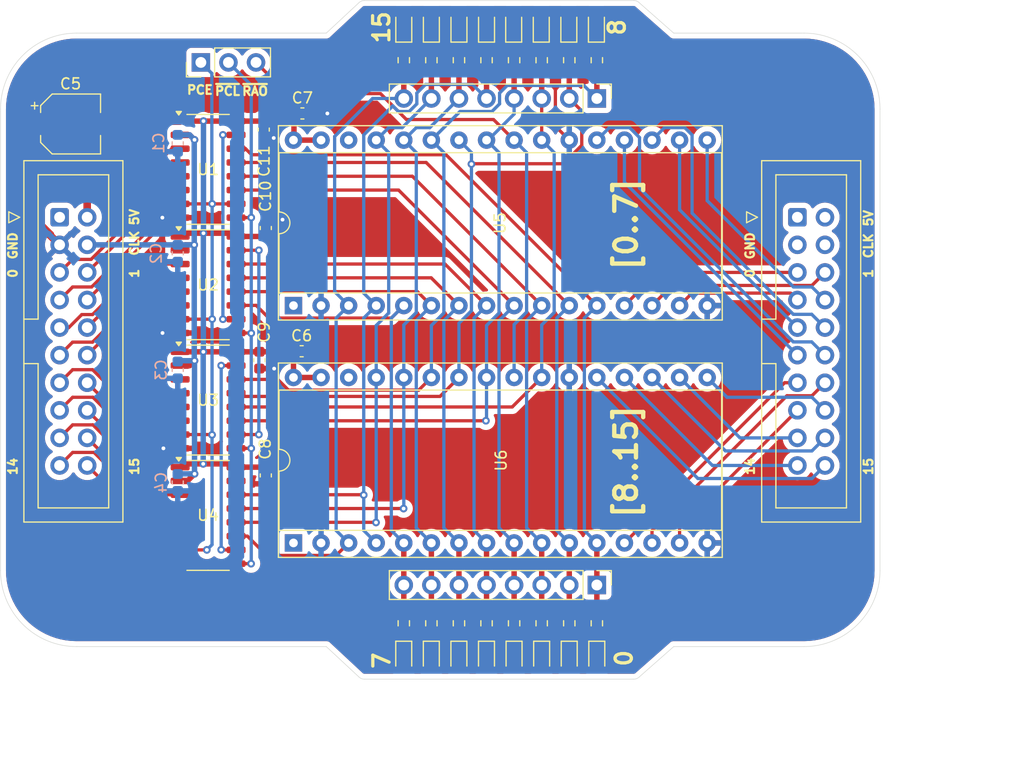
<source format=kicad_pcb>
(kicad_pcb (version 20240108) (generator "pcbnew") (generator_version "8.0")
  (layers (0 "F.Cu" signal) (31 "B.Cu" signal) (34 "B.Paste" user) (35 "F.Paste" user) (36 "B.SilkS" user "B.Silkscreen") (37 "F.SilkS" user "F.Silkscreen") (38 "B.Mask" user) (39 "F.Mask" user) (44 "Edge.Cuts" user))
  (net 0 "")
  (net 1 "VCC")
  (net 2 "Net-(U1-TC)")
  (net 3 "/ROM/ADDR3")
  (net 4 "/ROM/ADDR2")
  (net 5 "/ROM/ADDR1")
  (net 6 "GND")
  (net 7 "/PCE")
  (net 8 "/PCL")
  (net 9 "/ROM/ADDR0")
  (net 10 "/CLK")
  (net 11 "/ROM/ADDR7")
  (net 12 "/ROM/ADDR6")
  (net 13 "/ROM/ADDR5")
  (net 14 "/ROM/ADDR4")
  (net 15 "Net-(U2-TC)")
  (net 16 "/ROM/ADDR11")
  (net 17 "/ROM/ADDR10")
  (net 18 "/ROM/ADDR8")
  (net 19 "Net-(U3-TC)")
  (net 20 "/ROM/ADDR9")
  (net 21 "/ROM/ADDR14")
  (net 23 "/ROM/ADDR12")
  (net 24 "/ROM/ADDR15")
  (net 25 "/ROM/ADDR13")
  (net 27 "/ROM/~{O}")
  (net 31 "Net-(D1-K)")
  (net 32 "Net-(D2-K)")
  (net 33 "Net-(D3-K)")
  (net 34 "Net-(D4-K)")
  (net 35 "Net-(D5-K)")
  (net 36 "Net-(D6-K)")
  (net 37 "Net-(D7-K)")
  (net 38 "Net-(D8-K)")
  (net 39 "Net-(D9-K)")
  (net 40 "Net-(D10-K)")
  (net 41 "Net-(D11-K)")
  (net 42 "Net-(D12-K)")
  (net 43 "Net-(D13-K)")
  (net 44 "Net-(D14-K)")
  (net 45 "Net-(D15-K)")
  (net 46 "Net-(D16-K)")
  (net 47 "/bus connector/3v3")
  (net 48 "/RD11")
  (net 49 "/RD5")
  (net 50 "/RD4")
  (net 51 "/RD9")
  (net 52 "/RD15")
  (net 53 "/RD8")
  (net 54 "/RD12")
  (net 55 "/RD7")
  (net 56 "/RD0")
  (net 57 "/RD14")
  (net 58 "/RD2")
  (net 59 "/RD3")
  (net 60 "/RD6")
  (net 61 "/RD13")
  (net 62 "/RD1")
  (net 63 "/RD10")
  (net 64 "/bus connector/IO11")
  (net 65 "/bus connector/IO5")
  (net 66 "/bus connector/IO4")
  (net 67 "/bus connector/IO9")
  (net 68 "/bus connector/IO15")
  (net 69 "/bus connector/IO8")
  (net 70 "/bus connector/IO12")
  (net 71 "/bus connector/IO7")
  (net 72 "/bus connector/IO0")
  (net 73 "/bus connector/IO14")
  (net 74 "/bus connector/IO2")
  (net 75 "/bus connector/IO3")
  (net 76 "/bus connector/IO6")
  (net 77 "/bus connector/IO13")
  (net 78 "/bus connector/IO1")
  (net 79 "/bus connector/IO10")
  (net 80 "/bus connector1/GND")
  (net 81 "/bus connector1/5v")
  (net 82 "/bus connector1/3v3")
  (net 83 "/bus connector1/CLK")
  (footprint "Capacitor_SMD:CP_Elec_5x5.3" (layer "F.Cu") (at 100.45 57.87)
    (property "Reference" "C5")
    (property "Value" "100uF")
  )
  (footprint "LED_SMD:LED_0603_1608Metric" (layer "F.Cu") (at 148.88 48.8425 90)
    (property "Reference" "D9" (hide yes))
    (property "Value" "LED_Small" (hide yes))
  )
  (footprint "LED_SMD:LED_0603_1608Metric" (layer "F.Cu") (at 138.755 106.9925 -90)
    (property "Reference" "D5" (hide yes))
    (property "Value" "LED_Small" (hide yes))
  )
  (footprint "Resistor_SMD:R_0603_1608Metric" (layer "F.Cu") (at 146.38 103.855 -90)
    (property "Reference" "R2" (hide yes))
    (property "Value" "220" (hide yes))
  )
  (footprint "Resistor_SMD:R_0603_1608Metric" (layer "F.Cu") (at 141.3 51.995 90)
    (property "Reference" "R12" (hide yes))
    (property "Value" "220" (hide yes))
  )
  (footprint "Resistor_SMD:R_0603_1608Metric" (layer "F.Cu") (at 136.22 103.855 -90)
    (property "Reference" "R6" (hide yes))
    (property "Value" "220" (hide yes))
  )
  (footprint "Capacitor_SMD:C_0603_1608Metric" (layer "F.Cu") (at 121.8 56.9)
    (property "Reference" "C7")
    (property "Value" "0.1uF" (hide yes))
  )
  (footprint "LED_SMD:LED_0603_1608Metric" (layer "F.Cu") (at 131.14 48.8425 90)
    (property "Reference" "D16" (hide yes))
    (property "Value" "LED_Small" (hide yes))
  )
  (footprint "Resistor_SMD:R_0603_1608Metric" (layer "F.Cu") (at 146.38 51.995 90)
    (property "Reference" "R10" (hide yes))
    (property "Value" "220" (hide yes))
  )
  (footprint "Capacitor_SMD:C_0603_1608Metric" (layer "F.Cu") (at 118.24 58.385 -90)
    (property "Reference" "C11")
    (property "Value" "0.1uF")
  )
  (footprint "LED_SMD:LED_0603_1608Metric" (layer "F.Cu") (at 143.835 106.9925 -90)
    (property "Reference" "D3" (hide yes))
    (property "Value" "LED_Small" (hide yes))
  )
  (footprint "LED_SMD:LED_0603_1608Metric" (layer "F.Cu") (at 143.8 48.8425 90)
    (property "Reference" "D11" (hide yes))
    (property "Value" "LED_Small" (hide yes))
  )
  (footprint "Package_SO:SO-16_3.9x9.9mm_P1.27mm" (layer "F.Cu") (at 113.115 83.2967)
    (property "Reference" "U3")
    (property "Value" "74LS161" (hide yes))
  )
  (footprint "Resistor_SMD:R_0603_1608Metric" (layer "F.Cu") (at 133.68 51.995 90)
    (property "Reference" "R15" (hide yes))
    (property "Value" "220" (hide yes))
  )
  (footprint "Capacitor_SMD:C_0603_1608Metric" (layer "F.Cu") (at 121.735 78.8)
    (property "Reference" "C6")
    (property "Value" "0.1uF" (hide yes))
  )
  (footprint "LED_SMD:LED_0603_1608Metric" (layer "F.Cu") (at 148.915 106.9925 -90)
    (property "Reference" "D1" (hide yes))
    (property "Value" "LED_Small" (hide yes))
  )
  (footprint "Package_SO:SO-16_3.9x9.9mm_P1.27mm" (layer "F.Cu") (at 113.115 62.05)
    (property "Reference" "U1")
    (property "Value" "74LS161" (hide yes))
  )
  (footprint "LED_SMD:LED_0603_1608Metric" (layer "F.Cu") (at 133.68 48.8425 90)
    (property "Reference" "D15" (hide yes))
    (property "Value" "LED_Small" (hide yes))
  )
  (footprint "Resistor_SMD:R_0603_1608Metric" (layer "F.Cu") (at 148.92 103.855 -90)
    (property "Reference" "R1" (hide yes))
    (property "Value" "220" (hide yes))
  )
  (footprint "Package_DIP:DIP-32_W15.24mm_Socket" (layer "F.Cu") (at 120.98 74.595 90)
    (property "Reference" "U5")
    (property "Value" "SST39SF010" (hide yes))
  )
  (footprint "Package_DIP:DIP-32_W15.24mm_Socket" (layer "F.Cu") (at 120.98 96.455 90)
    (property "Reference" "U6")
    (property "Value" "SST39SF010" (hide yes))
  )
  (footprint "LED_SMD:LED_0603_1608Metric" (layer "F.Cu") (at 146.375 106.9925 -90)
    (property "Reference" "D2" (hide yes))
    (property "Value" "LED_Small" (hide yes))
  )
  (footprint "LED_SMD:LED_0603_1608Metric" (layer "F.Cu") (at 136.215 106.9925 -90)
    (property "Reference" "D6" (hide yes))
    (property "Value" "LED_Small" (hide yes))
  )
  (footprint "Connector_PinHeader_2.54mm:PinHeader_1x03_P2.54mm_Vertical" (layer "F.Cu") (at 112.45 52.2 90)
    (property "Reference" "J1" (hide yes))
    (property "Value" "Conn_01x03_Pin" (hide yes))
  )
  (footprint "Package_SO:SO-16_3.9x9.9mm_P1.27mm" (layer "F.Cu") (at 113.115 72.6733)
    (property "Reference" "U2")
    (property "Value" "74LS161" (hide yes))
  )
  (footprint "LED_SMD:LED_0603_1608Metric" (layer "F.Cu") (at 141.26 48.8425 90)
    (property "Reference" "D12" (hide yes))
    (property "Value" "LED_Small" (hide yes))
  )
  (footprint "Connector_PinHeader_2.54mm:PinHeader_1x08_P2.54mm_Vertical" (layer "F.Cu") (at 148.92 55.52 -90)
    (property "Reference" "J5" (hide yes))
    (property "Value" "Conn_01x08_Pin" (hide yes))
  )
  (footprint "Capacitor_SMD:C_0603_1608Metric" (layer "F.Cu") (at 118.43 67.45 90)
    (property "Reference" "C10")
    (property "Value" "0.1uF")
  )
  (footprint "Resistor_SMD:R_0603_1608Metric" (layer "F.Cu") (at 138.76 51.995 90)
    (property "Reference" "R13" (hide yes))
    (property "Value" "220" (hide yes))
  )
  (footprint "Connector_IDC:IDC-Header_2x10_P2.54mm_Vertical" (layer "F.Cu") (at 99.44 66.46)
    (property "Reference" "J2" (hide yes))
    (property "Value" "Conn_02x10_Odd_Even" (hide yes))
  )
  (footprint "Resistor_SMD:R_0603_1608Metric" (layer "F.Cu") (at 148.92 51.995 90)
    (property "Reference" "R9" (hide yes))
    (property "Value" "220" (hide yes))
  )
  (footprint "LED_SMD:LED_0603_1608Metric" (layer "F.Cu") (at 131.135 106.9925 -90)
    (property "Reference" "D8" (hide yes))
    (property "Value" "LED_Small" (hide yes))
  )
  (footprint "Resistor_SMD:R_0603_1608Metric" (layer "F.Cu") (at 143.84 103.855 -90)
    (property "Reference" "R3" (hide yes))
    (property "Value" "220" (hide yes))
  )
  (footprint "Package_SO:SO-16_3.9x9.9mm_P1.27mm" (layer "F.Cu") (at 113.115 93.92)
    (property "Reference" "U4")
    (property "Value" "74LS161" (hide yes))
  )
  (footprint "Resistor_SMD:R_0603_1608Metric" (layer "F.Cu") (at 136.22 51.995 90)
    (property "Reference" "R14" (hide yes))
    (property "Value" "220" (hide yes))
  )
  (footprint "LED_SMD:LED_0603_1608Metric" (layer "F.Cu") (at 133.675 106.9925 -90)
    (property "Reference" "D7" (hide yes))
    (property "Value" "LED_Small" (hide yes))
  )
  (footprint "Resistor_SMD:R_0603_1608Metric" (layer "F.Cu") (at 131.14 103.855 -90)
    (property "Reference" "R8" (hide yes))
    (property "Value" "220" (hide yes))
  )
  (footprint "Capacitor_SMD:C_0603_1608Metric" (layer "F.Cu") (at 117.84 79.62 -90)
    (property "Reference" "C9")
    (property "Value" "0.1uF")
  )
  (footprint "Resistor_SMD:R_0603_1608Metric" (layer "F.Cu") (at 143.84 51.995 90)
    (property "Reference" "R11" (hide yes))
    (property "Value" "220" (hide yes))
  )
  (footprint "LED_SMD:LED_0603_1608Metric" (layer "F.Cu") (at 136.22 48.8425 90)
    (property "Reference" "D14" (hide yes))
    (property "Value" "LED_Small" (hide yes))
  )
  (footprint "Resistor_SMD:R_0603_1608Metric" (layer "F.Cu") (at 133.68 103.855 -90)
    (property "Reference" "R7" (hide yes))
    (property "Value" "220" (hide yes))
  )
  (footprint "Resistor_SMD:R_0603_1608Metric" (layer "F.Cu") (at 138.76 103.855 -90)
    (property "Reference" "R5" (hide yes))
    (property "Value" "220" (hide yes))
  )
  (footprint "Resistor_SMD:R_0603_1608Metric" (layer "F.Cu") (at 141.3 103.855 -90)
    (property "Reference" "R4" (hide yes))
    (property "Value" "220" (hide yes))
  )
  (footprint "LED_SMD:LED_0603_1608Metric" (layer "F.Cu") (at 138.76 48.8425 90)
    (property "Reference" "D13" (hide yes))
    (property "Value" "LED_Small" (hide yes))
  )
  (footprint "Capacitor_SMD:C_0603_1608Metric" (layer "F.Cu") (at 118.43 90.235 -90)
    (property "Reference" "C8")
    (property "Value" "0.1uF")
  )
  (footprint "Connector_IDC:IDC-Header_2x10_P2.54mm_Vertical" (layer "F.Cu") (at 167.39 66.46)
    (property "Reference" "J3" (hide yes))
    (property "Value" "Conn_02x10_Odd_Even" (hide yes))
  )
  (footprint "Resistor_SMD:R_0603_1608Metric" (layer "F.Cu") (at 131.14 51.995 90)
    (property "Reference" "R16" (hide yes))
    (property "Value" "220" (hide yes))
  )
  (footprint "Connector_PinHeader_2.54mm:PinHeader_1x08_P2.54mm_Vertical" (layer "F.Cu") (at 148.92 100.33 -90)
    (property "Reference" "J4" (hide yes))
    (property "Value" "Conn_01x08_Pin" (hide yes))
  )
  (footprint "LED_SMD:LED_0603_1608Metric" (layer "F.Cu") (at 146.34 48.8425 90)
    (property "Reference" "D10" (hide yes))
    (property "Value" "LED_Small" (hide yes))
  )
  (footprint "LED_SMD:LED_0603_1608Metric" (layer "F.Cu") (at 141.295 106.9925 -90)
    (property "Reference" "D4" (hide yes))
    (property "Value" "LED_Small" (hide yes))
  )
  (footprint "Capacitor_SMD:C_0603_1608Metric" (layer "B.Cu") (at 110.32 69.775 90)
    (property "Reference" "C2")
    (property "Value" "0.01uF" (hide yes))
  )
  (footprint "Capacitor_SMD:C_0603_1608Metric" (layer "B.Cu") (at 110.32 80.52 90)
    (property "Reference" "C3")
    (property "Value" "0.01uF" (hide yes))
  )
  (footprint "Capacitor_SMD:C_0603_1608Metric" (layer "B.Cu") (at 110.32 59.645 90)
    (property "Reference" "C1")
    (property "Value" "0.01uF" (hide yes))
  )
  (footprint "Capacitor_SMD:C_0603_1608Metric" (layer "B.Cu") (at 110.32 90.885 90)
    (property "Reference" "C4")
    (property "Value" "0.01uF" (hide yes))
  )
  (gr_line (start 152.829402 46.707107) (end 156 49.5) (stroke (width 0.05)) (layer "Edge.Cuts"))
  (gr_arc (start 152.329403 46.5) (mid 152.6 46.553826) (end 152.829402 46.707107) (stroke (width 0.05)) (layer "Edge.Cuts"))
  (gr_line (start 156 49.5) (end 168 49.5) (stroke (width 0.05)) (layer "Edge.Cuts"))
  (gr_line (start 94 56.5) (end 94 99) (stroke (width 0.05)) (layer "Edge.Cuts"))
  (gr_arc (start 152.829402 108.792893) (mid 152.600001 108.946176) (end 152.329403 109) (stroke (width 0.05)) (layer "Edge.Cuts"))
  (gr_line (start 124 49.5) (end 127.000001 46.707107) (stroke (width 0.05)) (layer "Edge.Cuts"))
  (gr_arc (start 175 99) (mid 172.949747 103.949747) (end 168 106) (stroke (width 0.05)) (layer "Edge.Cuts"))
  (gr_line (start 124 106) (end 127.000001 108.792893) (stroke (width 0.05)) (layer "Edge.Cuts"))
  (gr_line (start 152.829402 108.792893) (end 156 106) (stroke (width 0.05)) (layer "Edge.Cuts"))
  (gr_arc (start 127.000001 46.707107) (mid 127.229402 46.553826) (end 127.5 46.5) (stroke (width 0.05)) (layer "Edge.Cuts"))
  (gr_arc (start 94 56.5) (mid 96.050253 51.550253) (end 101 49.5) (stroke (width 0.05)) (layer "Edge.Cuts"))
  (gr_arc (start 101 106) (mid 96.050253 103.949747) (end 94 99) (stroke (width 0.05)) (layer "Edge.Cuts"))
  (gr_line (start 156 106) (end 168 106) (stroke (width 0.05)) (layer "Edge.Cuts"))
  (gr_arc (start 127.5 109) (mid 127.229403 108.946174) (end 127.000001 108.792893) (stroke (width 0.05)) (layer "Edge.Cuts"))
  (gr_line (start 127.5 46.5) (end 152.329403 46.5) (stroke (width 0.05)) (layer "Edge.Cuts"))
  (gr_arc (start 168 49.5) (mid 172.949747 51.550253) (end 175 56.5) (stroke (width 0.05)) (layer "Edge.Cuts"))
  (gr_line (start 175 56.5) (end 175 99) (stroke (width 0.05)) (layer "Edge.Cuts"))
  (gr_line (start 101 49.5) (end 124 49.5) (stroke (width 0.05)) (layer "Edge.Cuts"))
  (gr_line (start 101 106) (end 124 106) (stroke (width 0.05)) (layer "Edge.Cuts"))
  (gr_line (start 127.5 109) (end 152.329403 109) (stroke (width 0.05)) (layer "Edge.Cuts"))
  (gr_text "[0..7]\n" (at 152.788 71.560476 90) (layer "F.SilkS") (effects (font (size 2 2) (thickness 0.4) (bold yes)) (justify left bottom)))
  (gr_text "8" (at 151.65 49.876786 90) (layer "F.SilkS") (effects (font (size 1.5 1.5) (thickness 0.3) (bold yes)) (justify left bottom)))
  (gr_text "15" (at 174.4 90.301905 90) (layer "F.SilkS") (effects (font (size 0.8 0.8) (thickness 0.2) (bold yes)) (justify left bottom)))
  (gr_text "14" (at 163.5 90.301905 90) (layer "F.SilkS") (effects (font (size 0.8 0.8) (thickness 0.2) (bold yes)) (justify left bottom)))
  (gr_text "7" (at 129.985 108.201786 90) (layer "F.SilkS") (effects (font (size 1.5 1.5) (thickness 0.3) (bold yes)) (justify left bottom)))
  (gr_text "0\n" (at 95.6 72.140953 90) (layer "F.SilkS") (effects (font (size 0.8 0.8) (thickness 0.2) (bold yes)) (justify left bottom)))
  (gr_text "~{PCL}\n\n" (at 113.646191 56.6 0) (layer "F.SilkS") (effects (font (size 0.8 0.8) (thickness 0.2) (bold yes)) (justify left bottom)))
  (gr_text "GND" (at 95.6 70.439048 90) (layer "F.SilkS") (effects (font (size 0.8 0.8) (thickness 0.2) (bold yes)) (justify left bottom)))
  (gr_text "14" (at 95.6 90.301905 90) (layer "F.SilkS") (effects (font (size 0.8 0.8) (thickness 0.2) (bold yes)) (justify left bottom)))
  (gr_text "5V" (at 174.4 67.40381 90) (layer "F.SilkS") (effects (font (size 0.8 0.8) (thickness 0.2) (bold yes)) (justify left bottom)))
  (gr_text "0" (at 152.295 107.986786 90) (layer "F.SilkS") (effects (font (size 1.5 1.5) (thickness 0.3) (bold yes)) (justify left bottom)))
  (gr_text "1" (at 106.8 72.140953 90) (layer "F.SilkS") (effects (font (size 0.8 0.8) (thickness 0.2) (bold yes)) (justify left bottom)))
  (gr_text "5V" (at 106.8 67.3 90) (layer "F.SilkS") (effects (font (size 0.8 0.8) (thickness 0.2) (bold yes)) (justify left bottom)))
  (gr_text "0\n" (at 163.5 72.140953 90) (layer "F.SilkS") (effects (font (size 0.8 0.8) (thickness 0.2) (bold yes)) (justify left bottom)))
  (gr_text "1" (at 174.4 72.140953 90) (layer "F.SilkS") (effects (font (size 0.8 0.8) (thickness 0.2) (bold yes)) (justify left bottom)))
  (gr_text "CLK" (at 106.8 70.1 90) (layer "F.SilkS") (effects (font (size 0.8 0.8) (thickness 0.2) (bold yes)) (justify left bottom)))
  (gr_text "15" (at 129.965 50.591071 90) (layer "F.SilkS") (effects (font (size 1.5 1.5) (thickness 0.3) (bold yes)) (justify left bottom)))
  (gr_text "~{RAO}" (at 116.148096 55.316667 0) (layer "F.SilkS") (effects (font (size 0.8 0.8) (thickness 0.2) (bold yes)) (justify left bottom)))
  (gr_text "[8..15]\n" (at 152.788 94.372857 90) (layer "F.SilkS") (effects (font (size 2 2) (thickness 0.4) (bold yes)) (justify left bottom)))
  (gr_text "PCE" (at 111.068095 55.2 0) (layer "F.SilkS") (effects (font (size 0.8 0.8) (thickness 0.2) (bold yes)) (justify left bottom)))
  (gr_text "15" (at 106.8 90.301905 90) (layer "F.SilkS") (effects (font (size 0.8 0.8) (thickness 0.2) (bold yes)) (justify left bottom)))
  (gr_text "CLK" (at 174.4 70.34381 90) (layer "F.SilkS") (effects (font (size 0.8 0.8) (thickness 0.2) (bold yes)) (justify left bottom)))
  (gr_text "GND" (at 163.5 70.439048 90) (layer "F.SilkS") (effects (font (size 0.8 0.8) (thickness 0.2) (bold yes)) (justify left bottom)))
  (segment (start 102.915 57.605) (end 110.54 57.605) (width 0.7) (layer "F.Cu") (net 1))
  (segment (start 120.915 78.845) (end 120.96 78.8) (width 0.5) (layer "F.Cu") (net 1))
  (segment (start 101.98 58.54) (end 102.65 57.87) (width 0.7) (layer "F.Cu") (net 1))
  (segment (start 110.54 57.605) (end 115.69 57.605) (width 0.5) (layer "F.Cu") (net 1))
  (segment (start 115.39 67.9283) (end 115.69 68.2283) (width 0.5) (layer "F.Cu") (net 1))
  (segment (start 120.315 57.61) (end 121.025 56.9) (width 0.5) (layer "F.Cu") (net 1))
  (segment (start 112.665 89.175) (end 115.39 89.175) (width 0.5) (layer "F.Cu") (net 1))
  (segment (start 118.415 89.475) (end 118.43 89.46) (width 0.5) (layer "F.Cu") (net 1))
  (segment (start 110.84 67.9283) (end 112.69 67.9283) (width 0.5) (layer "F.Cu") (net 1))
  (segment (start 120.98 78.82) (end 120.96 78.8) (width 0.5) (layer "F.Cu") (net 1))
  (segment (start 115.69 57.605) (end 118.235 57.605) (width 0.5) (layer "F.Cu") (net 1))
  (segment (start 117.8333 78.8517) (end 117.84 78.845) (width 0.5) (layer "F.Cu") (net 1))
  (segment (start 101.98 66.46) (end 101.98 58.54) (width 0.7) (layer "F.Cu") (net 1))
  (segment (start 120.98 81.215) (end 120.98 78.82) (width 0.5) (layer "F.Cu") (net 1))
  (segment (start 112.69 67.9283) (end 115.39 67.9283) (width 0.5) (layer "F.Cu") (net 1))
  (segment (start 110.54 78.8517) (end 112.68 78.8517) (width 0.5) (layer "F.Cu") (net 1))
  (segment (start 115.69 89.475) (end 118.415 89.475) (width 0.5) (layer "F.Cu") (net 1))
  (segment (start 118.4267 68.2283) (end 118.43 68.225) (width 0.5) (layer "F.Cu") (net 1))
  (segment (start 112.665 89.175) (end 110.84 89.175) (width 0.5) (layer "F.Cu") (net 1))
  (segment (start 110.54 68.2283) (end 110.84 67.9283) (width 0.5) (layer "F.Cu") (net 1))
  (segment (start 115.69 68.2283) (end 118.4267 68.2283) (width 0.5) (layer "F.Cu") (net 1))
  (segment (start 115.39 89.175) (end 115.69 89.475) (width 0.5) (layer "F.Cu") (net 1))
  (segment (start 112.68 78.8517) (end 115.69 78.8517) (width 0.5) (layer "F.Cu") (net 1))
  (segment (start 120.98 59.355) (end 123.52 59.355) (width 0.5) (layer "F.Cu") (net 1))
  (segment (start 118.235 57.605) (end 118.24 57.61) (width 0.5) (layer "F.Cu") (net 1))
  (segment (start 121.025 56.9) (end 121.025 59.31) (width 0.5) (layer "F.Cu") (net 1))
  (segment (start 120.98 81.215) (end 123.52 81.215) (width 0.5) (layer "F.Cu") (net 1))
  (segment (start 110.84 89.175) (end 110.54 89.475) (width 0.5) (layer "F.Cu") (net 1))
  (segment (start 102.65 57.87) (end 102.915 57.605) (width 0.7) (layer "F.Cu") (net 1))
  (segment (start 118.24 57.61) (end 120.315 57.61) (width 0.5) (layer "F.Cu") (net 1))
  (segment (start 117.84 78.845) (end 120.915 78.845) (width 0.5) (layer "F.Cu") (net 1))
  (segment (start 115.69 78.8517) (end 117.8333 78.8517) (width 0.5) (layer "F.Cu") (net 1))
  (segment (start 121.025 59.31) (end 120.98 59.355) (width 0.5) (layer "F.Cu") (net 1))
  (via (at 112.68 78.8517) (size 0.7) (drill 0.35) (layers "F.Cu" "B.Cu") (net 1))
  (via (at 112.665 89.175) (size 0.7) (drill 0.35) (layers "F.Cu" "B.Cu") (net 1))
  (via (at 112.69 67.9283) (size 0.7) (drill 0.35) (layers "F.Cu" "B.Cu") (net 1))
  (via (at 112.69 57.6) (size 0.7) (drill 0.35) (layers "F.Cu" "B.Cu") (net 1))
  (segment (start 112.69 67.9283) (end 112.69 57.6) (width 0.5) (layer "B.Cu") (net 1))
  (segment (start 112.68 78.8517) (end 112.68 67.94) (width 0.5) (layer "B.Cu") (net 1))
  (segment (start 112.665 89.175) (end 112.665 78.885) (width 0.5) (layer "B.Cu") (net 1))
  (segment (start 115.69 58.875) (end 114.48 58.875) (width 0.3) (layer "F.Cu") (net 2))
  (segment (start 115.69 75.8483) (end 114.4817 75.8483) (width 0.3) (layer "F.Cu") (net 2))
  (segment (start 114.4817 75.8483) (end 114.48 75.85) (width 0.3) (layer "F.Cu") (net 2))
  (via (at 114.48 58.875) (size 0.7) (drill 0.35) (layers "F.Cu" "B.Cu") (net 2))
  (via (at 114.48 75.85) (size 0.7) (drill 0.35) (layers "F.Cu" "B.Cu") (net 2))
  (segment (start 114.48 58.875) (end 114.48 75.85) (width 0.3) (layer "B.Cu") (net 2))
  (segment (start 141.3 103.03) (end 141.3 96.455) (width 0.5) (layer "F.Cu") (net 3))
  (segment (start 115.69 63.955) (end 130.66 63.955) (width 0.3) (layer "F.Cu") (net 3))
  (segment (start 130.66 63.955) (end 141.3 74.595) (width 0.3) (layer "F.Cu") (net 3))
  (segment (start 141.3 74.595) (end 139.91 75.985) (width 0.3) (layer "B.Cu") (net 3))
  (segment (start 139.91 95.065) (end 141.3 96.455) (width 0.3) (layer "B.Cu") (net 3))
  (segment (start 139.91 75.985) (end 139.91 95.065) (width 0.3) (layer "B.Cu") (net 3))
  (segment (start 115.69 62.685) (end 131.93 62.685) (width 0.3) (layer "F.Cu") (net 4))
  (segment (start 131.93 62.685) (end 143.84 74.595) (width 0.3) (layer "F.Cu") (net 4))
  (segment (start 143.84 103.03) (end 143.84 96.455) (width 0.5) (layer "F.Cu") (net 4))
  (segment (start 142.45 75.985) (end 142.45 95.065) (width 0.3) (layer "B.Cu") (net 4))
  (segment (start 143.84 74.595) (end 142.45 75.985) (width 0.3) (layer "B.Cu") (net 4))
  (segment (start 142.45 95.065) (end 143.84 96.455) (width 0.3) (layer "B.Cu") (net 4))
  (segment (start 115.69 61.415) (end 133.2 61.415) (width 0.3) (layer "F.Cu") (net 5))
  (segment (start 146.38 103.03) (end 146.38 96.455) (width 0.5) (layer "F.Cu") (net 5))
  (segment (start 133.2 61.415) (end 146.38 74.595) (width 0.3) (layer "F.Cu") (net 5))
  (segment (start 146.38 74.595) (end 145.23 75.745) (width 0.3) (layer "B.Cu") (net 5))
  (segment (start 145.23 75.745) (end 145.23 95.305) (width 0.3) (layer "B.Cu") (net 5))
  (segment (start 145.23 95.305) (end 146.38 96.455) (width 0.3) (layer "B.Cu") (net 5))
  (segment (start 98.59 68.06) (end 97.45 66.92) (width 0.7) (layer "F.Cu") (net 6))
  (segment (start 110.54 77.1183) (end 108.9183 77.1183) (width 0.5) (layer "F.Cu") (net 6))
  (segment (start 145.1 58.075) (end 145.1 54.66) (width 0.3) (layer "F.Cu") (net 6))
  (segment (start 110.54 87.7417) (end 109 87.7417) (width 0.5) (layer "F.Cu") (net 6))
  (segment (start 98.59 68.15) (end 98.59 68.06) (width 0.7) (layer "F.Cu") (net 6))
  (segment (start 122.575 56.9) (end 124.1 56.9) (width 0.5) (layer "F.Cu") (net 6))
  (segment (start 119.965 66.675) (end 119.97 66.68) (width 0.3) (layer "F.Cu") (net 6))
  (segment (start 97.45 66.92) (end 97.45 58.67) (width 0.7) (layer "F.Cu") (net 6))
  (segment (start 118.43 66.675) (end 119.965 66.675) (width 0.3) (layer "F.Cu") (net 6))
  (segment (start 118.24 59.16) (end 119.16 59.16) (width 0.5) (layer "F.Cu") (net 6))
  (segment (start 117.84 80.395) (end 119.195 80.395) (width 0.5) (layer "F.Cu") (net 6))
  (segment (start 108.905 66.495) (end 108.9 66.5) (width 0.5) (layer "F.Cu") (net 6))
  (segment (start 146.38 59.355) (end 145.1 58.075) (width 0.3) (layer "F.Cu") (net 6))
  (segment (start 110.54 66.495) (end 108.905 66.495) (width 0.5) (layer "F.Cu") (net 6))
  (segment (start 99.44 69) (end 98.59 68.15) (width 0.7) (layer "F.Cu") (net 6))
  (segment (start 119.195 80.395) (end 119.2 80.4) (width 0.5) (layer "F.Cu") (net 6))
  (segment (start 97.45 58.67) (end 98.25 57.87) (width 0.7) (layer "F.Cu") (net 6))
  (via (at 124.1 56.9) (size 0.7) (drill 0.35) (layers "F.Cu" "B.Cu") (net 6))
  (via (at 119.16 59.16) (size 0.7) (drill 0.35) (layers "F.Cu" "B.Cu") (net 6))
  (via (at 108.905 66.495) (size 0.7) (drill 0.35) (layers "F.Cu" "B.Cu") (net 6))
  (via (at 119.97 66.68) (size 0.7) (drill 0.35) (layers "F.Cu" "B.Cu") (net 6))
  (via (at 109 87.7417) (size 0.7) (drill 0.35) (layers "F.Cu" "B.Cu") (net 6))
  (via (at 108.9183 77.1183) (size 0.7) (drill 0.35) (layers "F.Cu" "B.Cu") (net 6))
  (via (at 119.2 80.4) (size 0.7) (drill 0.35) (layers "F.Cu" "B.Cu") (net 6))
  (segment (start 113.4817 75.8483) (end 113.49 75.84) (width 0.3) (layer "F.Cu") (net 7))
  (segment (start 110.54 75.8483) (end 113.4817 75.8483) (width 0.3) (layer "F.Cu") (net 7))
  (segment (start 113 97.095) (end 110.54 97.095) (width 0.3) (layer "F.Cu") (net 7))
  (segment (start 110.54 65.225) (end 113.49 65.225) (width 0.3) (layer "F.Cu") (net 7))
  (segment (start 113.4517 86.4717) (end 113.48 86.5) (width 0.3) (layer "F.Cu") (net 7))
  (segment (start 113.49 65.225) (end 115.69 65.225) (width 0.3) (layer "F.Cu") (net 7))
  (segment (start 110.54 86.4717) (end 113.4517 86.4717) (width 0.3) (layer "F.Cu") (net 7))
  (via (at 113.49 75.84) (size 0.7) (drill 0.35) (layers "F.Cu" "B.Cu") (net 7))
  (via (at 113 97.095) (size 0.7) (drill 0.35) (layers "F.Cu" "B.Cu") (net 7))
  (via (at 113.48 86.5) (size 0.7) (drill 0.35) (layers "F.Cu" "B.Cu") (net 7))
  (via (at 113.49 65.225) (size 0.7) (drill 0.35) (layers "F.Cu" "B.Cu") (net 7))
  (segment (start 113.49 65.225) (end 113.49 75.84) (width 0.3) (layer "B.Cu") (net 7))
  (segment (start 113.48 96.615) (end 113 97.095) (width 0.3) (layer "B.Cu") (net 7))
  (segment (start 113.49 75.84) (end 113.48 75.85) (width 0.3) (layer "B.Cu") (net 7))
  (segment (start 112.45 52.2) (end 113.46 53.21) (width 0.3) (layer "B.Cu") (net 7))
  (segment (start 113.46 53.21) (end 113.46 65.195) (width 0.3) (layer "B.Cu") (net 7))
  (segment (start 113.48 86.5) (end 113.48 96.615) (width 0.3) (layer "B.Cu") (net 7))
  (segment (start 113.48 75.85) (end 113.48 86.5) (width 0.3) (layer "B.Cu") (net 7))
  (segment (start 113.46 65.195) (end 113.49 65.225) (width 0.3) (layer "B.Cu") (net 7))
  (segment (start 117.085 66.495) (end 117.09 66.49) (width 0.3) (layer "F.Cu") (net 8))
  (segment (start 117.075 98.365) (end 117.08 98.36) (width 0.3) (layer "F.Cu") (net 8))
  (segment (start 115.69 66.495) (end 117.085 66.495) (width 0.3) (layer "F.Cu") (net 8))
  (segment (start 115.69 98.365) (end 117.075 98.365) (width 0.3) (layer "F.Cu") (net 8))
  (segment (start 117.09 87.7417) (end 115.69 87.7417) (width 0.3) (layer "F.Cu") (net 8))
  (segment (start 117.0683 77.1183) (end 117.09 77.14) (width 0.3) (layer "F.Cu") (net 8))
  (segment (start 115.69 77.1183) (end 117.0683 77.1183) (width 0.3) (layer "F.Cu") (net 8))
  (via (at 117.09 77.14) (size 0.7) (drill 0.35) (layers "F.Cu" "B.Cu") (net 8))
  (via (at 117.09 66.49) (size 0.7) (drill 0.35) (layers "F.Cu" "B.Cu") (net 8))
  (via (at 117.09 87.7417) (size 0.7) (drill 0.35) (layers "F.Cu" "B.Cu") (net 8))
  (via (at 117.075 98.365) (size 0.7) (drill 0.35) (layers "F.Cu" "B.Cu") (net 8))
  (segment (start 117.09 54.3) (end 117.09 66.49) (width 0.3) (layer "B.Cu") (net 8))
  (segment (start 117.09 87.7417) (end 117.09 98.36) (width 0.3) (layer "B.Cu") (net 8))
  (segment (start 117.09 87.7417) (end 117.09 77.14) (width 0.3) (layer "B.Cu") (net 8))
  (segment (start 114.99 52.2) (end 117.09 54.3) (width 0.3) (layer "B.Cu") (net 8))
  (segment (start 117.09 77.14) (end 117.09 66.49) (width 0.3) (layer "B.Cu") (net 8))
  (segment (start 116.564999 60.145) (end 117.119999 60.7) (width 0.3) (layer "F.Cu") (net 9))
  (segment (start 115.69 60.145) (end 116.564999 60.145) (width 0.3) (layer "F.Cu") (net 9))
  (segment (start 135.025 60.7) (end 148.92 74.595) (width 0.3) (layer "F.Cu") (net 9))
  (segment (start 117.119999 60.7) (end 135.025 60.7) (width 0.3) (layer "F.Cu") (net 9))
  (segment (start 148.92 103.03) (end 148.92 96.455) (width 0.5) (layer "F.Cu") (net 9))
  (segment (start 148.92 74.595) (end 147.77 75.745) (width 0.3) (layer "B.Cu") (net 9))
  (segment (start 147.77 75.745) (end 147.77 95.305) (width 0.3) (layer "B.Cu") (net 9))
  (segment (start 147.77 95.305) (end 148.92 96.455) (width 0.3) (layer "B.Cu") (net 9))
  (segment (start 111.414999 80.1217) (end 110.54 80.1217) (width 0.5) (layer "F.Cu") (net 10))
  (segment (start 110.997684 90.745) (end 110.54 90.745) (width 0.5) (layer "F.Cu") (net 10))
  (segment (start 111.865 79.671699) (end 111.414999 80.1217) (width 0.5) (layer "F.Cu") (net 10))
  (segment (start 110.54 90.745) (end 111.215 90.745) (width 0.5) (layer "F.Cu") (net 10))
  (segment (start 111.0383 69) (end 110.54 69.4983) (width 0.5) (layer "F.Cu") (net 10))
  (segment (start 111.215 90.745) (end 111.87 90.09) (width 0.5) (layer "F.Cu") (net 10))
  (segment (start 111.414999 58.875) (end 111.865 59.325001) (width 0.5) (layer "F.Cu") (net 10))
  (segment (start 110.54 58.875) (end 111.414999 58.875) (width 0.5) (layer "F.Cu") (net 10))
  (segment (start 111.84 69) (end 111.0383 69) (width 0.5) (layer "F.Cu") (net 10))
  (via (at 111.84 69) (size 0.7) (drill 0.35) (layers "F.Cu" "B.Cu") (net 10))
  (via (at 111.865 79.671699) (size 0.7) (drill 0.35) (layers "F.Cu" "B.Cu") (net 10))
  (via (at 111.87 90.09) (size 0.7) (drill 0.35) (layers "F.Cu" "B.Cu") (net 10))
  (via (at 111.865 59.325001) (size 0.7) (drill 0.35) (layers "F.Cu" "B.Cu") (net 10))
  (segment (start 111.409999 58.87) (end 110.32 58.87) (width 0.5) (layer "B.Cu") (net 10))
  (segment (start 111.865 59.325001) (end 111.409999 58.87) (width 0.5) (layer "B.Cu") (net 10))
  (segment (start 111.84 69) (end 111.84 79.67) (width 0.5) (layer "B.Cu") (net 10))
  (segment (start 110.34 90.09) (end 110.32 90.11) (width 0.5) (layer "B.Cu") (net 10))
  (segment (start 111.865 79.671699) (end 111.865 90.075) (width 0.5) (layer "B.Cu") (net 10))
  (segment (start 111.84 69) (end 111.84 59.33) (width 0.5) (layer "B.Cu") (net 10))
  (segment (start 110.393301 79.671699) (end 110.32 79.745) (width 0.5) (layer "B.Cu") (net 10))
  (segment (start 111.865 79.671699) (end 110.393301 79.671699) (width 0.5) (layer "B.Cu") (net 10))
  (segment (start 101.98 69) (end 111.84 69) (width 0.5) (layer "B.Cu") (net 10))
  (segment (start 111.87 90.09) (end 110.34 90.09) (width 0.5) (layer "B.Cu") (net 10))
  (segment (start 111.865 90.075) (end 111.87 90.08) (width 0.5) (layer "B.Cu") (net 10))
  (segment (start 117.546262 74.5783) (end 118.712962 75.745) (width 0.3) (layer "F.Cu") (net 11))
  (segment (start 115.69 74.5783) (end 117.546262 74.5783) (width 0.3) (layer "F.Cu") (net 11))
  (segment (start 118.712962 75.745) (end 129.99 75.745) (width 0.3) (layer "F.Cu") (net 11))
  (segment (start 131.14 103.03) (end 131.14 96.455) (width 0.5) (layer "F.Cu") (net 11))
  (segment (start 129.99 75.745) (end 131.14 74.595) (width 0.3) (layer "F.Cu") (net 11))
  (segment (start 129.99 95.305) (end 131.14 96.455) (width 0.3) (layer "B.Cu") (net 11))
  (segment (start 131.14 74.595) (end 129.99 75.745) (width 0.3) (layer "B.Cu") (net 11))
  (segment (start 129.99 75.745) (end 129.99 95.305) (width 0.3) (layer "B.Cu") (net 11))
  (segment (start 133.68 103.03) (end 133.68 96.455) (width 0.5) (layer "F.Cu") (net 12))
  (segment (start 132.3933 73.3083) (end 133.68 74.595) (width 0.3) (layer "F.Cu") (net 12))
  (segment (start 115.69 73.3083) (end 132.3933 73.3083) (width 0.3) (layer "F.Cu") (net 12))
  (segment (start 132.29 95.065) (end 132.29 75.985) (width 0.3) (layer "B.Cu") (net 12))
  (segment (start 132.29 75.985) (end 133.68 74.595) (width 0.3) (layer "B.Cu") (net 12))
  (segment (start 133.68 96.455) (end 132.29 95.065) (width 0.3) (layer "B.Cu") (net 12))
  (segment (start 133.6633 72.0383) (end 136.22 74.595) (width 0.3) (layer "F.Cu") (net 13))
  (segment (start 115.69 72.0383) (end 133.6633 72.0383) (width 0.3) (layer "F.Cu") (net 13))
  (segment (start 136.22 103.03) (end 136.22 96.455) (width 0.5) (layer "F.Cu") (net 13))
  (segment (start 134.83 75.985) (end 134.83 95.065) (width 0.3) (layer "B.Cu") (net 13))
  (segment (start 134.83 95.065) (end 136.22 96.455) (width 0.3) (layer "B.Cu") (net 13))
  (segment (start 136.22 74.595) (end 134.83 75.985) (width 0.3) (layer "B.Cu") (net 13))
  (segment (start 134.9333 70.7683) (end 138.76 74.595) (width 0.3) (layer "F.Cu") (net 14))
  (segment (start 138.76 103.03) (end 138.76 96.455) (width 0.5) (layer "F.Cu") (net 14))
  (segment (start 115.69 70.7683) (end 134.9333 70.7683) (width 0.3) (layer "F.Cu") (net 14))
  (segment (start 137.61 95.305) (end 137.61 75.745) (width 0.3) (layer "B.Cu") (net 14))
  (segment (start 138.76 96.455) (end 137.61 95.305) (width 0.3) (layer "B.Cu") (net 14))
  (segment (start 137.61 75.745) (end 138.76 74.595) (width 0.3) (layer "B.Cu") (net 14))
  (segment (start 117.7883 69.4983) (end 117.79 69.5) (width 0.3) (layer "F.Cu") (net 15))
  (segment (start 115.69 69.4983) (end 117.7883 69.4983) (width 0.3) (layer "F.Cu") (net 15))
  (segment (start 115.69 86.4717) (end 117.79 86.4717) (width 0.3) (layer "F.Cu") (net 15))
  (via (at 117.79 69.5) (size 0.7) (drill 0.35) (layers "F.Cu" "B.Cu") (net 15))
  (via (at 117.79 86.4717) (size 0.7) (drill 0.35) (layers "F.Cu" "B.Cu") (net 15))
  (segment (start 117.79 86.4717) (end 117.79 69.5) (width 0.3) (layer "B.Cu") (net 15))
  (segment (start 141.3 52.82) (end 141.3 55.52) (width 0.5) (layer "F.Cu") (net 16))
  (segment (start 115.69 85.2017) (end 138.7017 85.2017) (width 0.3) (layer "F.Cu") (net 16))
  (segment (start 138.7017 85.2017) (end 138.76 85.26) (width 0.3) (layer "F.Cu") (net 16))
  (via (at 138.7017 85.2017) (size 0.7) (drill 0.35) (layers "F.Cu" "B.Cu") (net 16))
  (segment (start 138.76 76.427893) (end 138.76 81.215) (width 0.3) (layer "B.Cu") (net 16))
  (segment (start 141.3 56.95) (end 141.3 55.52) (width 0.3) (layer "B.Cu") (net 16))
  (segment (start 138.895 59.355) (end 141.3 56.95) (width 0.3) (layer "B.Cu") (net 16))
  (segment (start 138.76 81.215) (end 138.76 85.1434) (width 0.3) (layer "B.Cu") (net 16))
  (segment (start 138.76 85.1434) (end 138.7017 85.2017) (width 0.3) (layer "B.Cu") (net 16))
  (segment (start 138.76 59.355) (end 139.91 60.505) (width 0.3) (layer "B.Cu") (net 16))
  (segment (start 138.76 59.355) (end 138.895 59.355) (width 0.3) (layer "B.Cu") (net 16))
  (segment (start 139.91 75.277893) (end 138.76 76.427893) (width 0.3) (layer "B.Cu") (net 16))
  (segment (start 139.91 60.505) (end 139.91 75.277893) (width 0.3) (layer "B.Cu") (net 16))
  (segment (start 143.84 59.355) (end 143.84 55.52) (width 0.3) (layer "F.Cu") (net 17))
  (segment (start 141.1233 83.9317) (end 143.84 81.215) (width 0.3) (layer "F.Cu") (net 17))
  (segment (start 115.69 83.9317) (end 141.1233 83.9317) (width 0.3) (layer "F.Cu") (net 17))
  (segment (start 143.84 52.82) (end 143.84 55.52) (width 0.5) (layer "F.Cu") (net 17))
  (segment (start 144.99 60.505) (end 144.99 75.23) (width 0.3) (layer "B.Cu") (net 17))
  (segment (start 143.84 59.355) (end 144.99 60.505) (width 0.3) (layer "B.Cu") (net 17))
  (segment (start 144.99 75.23) (end 143.84 76.38) (width 0.3) (layer "B.Cu") (net 17))
  (segment (start 143.84 76.38) (end 143.84 81.215) (width 0.3) (layer "B.Cu") (net 17))
  (segment (start 119.530354 81.3917) (end 120.518654 82.38) (width 0.3) (layer "F.Cu") (net 18))
  (segment (start 148.92 52.82) (end 148.92 55.52) (width 0.5) (layer "F.Cu") (net 18))
  (segment (start 115.69 81.3917) (end 119.530354 81.3917) (width 0.3) (layer "F.Cu") (net 18))
  (segment (start 132.515 82.38) (end 133.68 81.215) (width 0.3) (layer "F.Cu") (net 18))
  (segment (start 120.518654 82.38) (end 132.515 82.38) (width 0.3) (layer "F.Cu") (net 18))
  (segment (start 136.315 56.72) (end 139.257057 56.72) (width 0.3) (layer "B.Cu") (net 18))
  (segment (start 134.83 60.505) (end 134.83 75.277893) (width 0.3) (layer "B.Cu") (net 18))
  (segment (start 148.92 55.52) (end 148.92 55.46) (width 0.3) (layer "B.Cu") (net 18))
  (segment (start 133.68 59.355) (end 134.83 60.505) (width 0.3) (layer "B.Cu") (net 18))
  (segment (start 144.377057 54.36) (end 145.842943 54.36) (width 0.3) (layer "B.Cu") (net 18))
  (segment (start 145.842943 54.36) (end 145.882943 54.32) (width 0.3) (layer "B.Cu") (net 18))
  (segment (start 133.68 76.427893) (end 133.68 81.215) (width 0.3) (layer "B.Cu") (net 18))
  (segment (start 144.337057 54.32) (end 144.377057 54.36) (width 0.3) (layer "B.Cu") (net 18))
  (segment (start 147.72 54.32) (end 148.92 55.52) (width 0.3) (layer "B.Cu") (net 18))
  (segment (start 139.96 55.022943) (end 140.662943 54.32) (width 0.3) (layer "B.Cu") (net 18))
  (segment (start 133.68 59.355) (end 136.315 56.72) (width 0.3) (layer "B.Cu") (net 18))
  (segment (start 134.83 75.277893) (end 133.68 76.427893) (width 0.3) (layer "B.Cu") (net 18))
  (segment (start 145.882943 54.32) (end 147.72 54.32) (width 0.3) (layer "B.Cu") (net 18))
  (segment (start 139.257057 56.72) (end 139.96 56.017057) (width 0.3) (layer "B.Cu") (net 18))
  (segment (start 140.662943 54.32) (end 144.337057 54.32) (width 0.3) (layer "B.Cu") (net 18))
  (segment (start 139.96 56.017057) (end 139.96 55.022943) (width 0.3) (layer "B.Cu") (net 18))
  (segment (start 114.335 97.095) (end 114.3217 97.0817) (width 0.3) (layer "F.Cu") (net 19))
  (segment (start 115.69 97.095) (end 114.335 97.095) (width 0.3) (layer "F.Cu") (net 19))
  (segment (start 115.69 80.1217) (end 114.3217 80.1217) (width 0.3) (layer "F.Cu") (net 19))
  (segment (start 114.3217 80.1217) (end 114.32 80.12) (width 0.3) (layer "F.Cu") (net 19))
  (via (at 114.3217 80.1217) (size 0.7) (drill 0.35) (layers "F.Cu" "B.Cu") (net 19))
  (via (at 114.3217 97.0817) (size 0.7) (drill 0.35) (layers "F.Cu" "B.Cu") (net 19))
  (segment (start 114.3217 80.1217) (end 114.3217 97.0817) (width 0.3) (layer "B.Cu") (net 19))
  (segment (start 146.38 55.52) (end 147.53 56.67) (width 0.3) (layer "F.Cu") (net 20))
  (segment (start 145.831346 61.53) (end 137.39 61.53) (width 0.3) (layer "F.Cu") (net 20))
  (segment (start 147.53 56.67) (end 147.53 59.831346) (width 0.3) (layer "F.Cu") (net 20))
  (segment (start 115.69 82.6617) (end 115.989999 82.961699) (width 0.3) (layer "F.Cu") (net 20))
  (segment (start 115.989999 82.961699) (end 134.473301 82.961699) (width 0.3) (layer "F.Cu") (net 20))
  (segment (start 146.38 52.82) (end 146.38 55.52) (width 0.5) (layer "F.Cu") (net 20))
  (segment (start 134.473301 82.961699) (end 136.22 81.215) (width 0.3) (layer "F.Cu") (net 20))
  (segment (start 147.53 59.831346) (end 145.831346 61.53) (width 0.3) (layer "F.Cu") (net 20))
  (via (at 137.37 61.56) (size 0.7) (drill 0.35) (layers "F.Cu" "B.Cu") (net 20))
  (segment (start 137.37 60.505) (end 137.37 61.56) (width 0.3) (layer "B.Cu") (net 20))
  (segment (start 136.22 59.355) (end 137.37 60.505) (width 0.3) (layer "B.Cu") (net 20))
  (segment (start 137.37 61.56) (end 137.37 75.071346) (width 0.3) (layer "B.Cu") (net 20))
  (segment (start 136.22 76.221346) (end 136.22 81.215) (width 0.3) (layer "B.Cu") (net 20))
  (segment (start 137.37 75.071346) (end 136.22 76.221346) (width 0.3) (layer "B.Cu") (net 20))
  (segment (start 133.68 52.82) (end 133.68 55.52) (width 0.5) (layer "F.Cu") (net 21))
  (segment (start 128.565 94.555) (end 128.58 94.57) (width 0.3) (layer "F.Cu") (net 21))
  (segment (start 115.69 94.555) (end 128.565 94.555) (width 0.3) (layer "F.Cu") (net 21))
  (via (at 128.58 94.57) (size 0.7) (drill 0.35) (layers "F.Cu" "B.Cu") (net 21))
  (segment (start 128.6 59.355) (end 129.75 60.505) (width 0.3) (layer "B.Cu") (net 21))
  (segment (start 129.75 60.505) (end 129.75 75.277893) (width 0.3) (layer "B.Cu") (net 21))
  (segment (start 129.75 58.205) (end 130.995 58.205) (width 0.3) (layer "B.Cu") (net 21))
  (segment (start 129.75 75.277893) (end 128.6 76.427893) (width 0.3) (layer "B.Cu") (net 21))
  (segment (start 128.6 94.55) (end 128.58 94.57) (width 0.3) (layer "B.Cu") (net 21))
  (segment (start 130.995 58.205) (end 133.68 55.52) (width 0.3) (layer "B.Cu") (net 21))
  (segment (start 128.6 81.215) (end 128.6 94.55) (width 0.3) (layer "B.Cu") (net 21))
  (segment (start 128.6 59.355) (end 129.75 58.205) (width 0.3) (layer "B.Cu") (net 21))
  (segment (start 128.6 76.427893) (end 128.6 81.215) (width 0.3) (layer "B.Cu") (net 21))
  (segment (start 127.45 92.04) (end 127.425 92.015) (width 0.3) (layer "F.Cu") (net 23))
  (segment (start 127.425 92.015) (end 115.69 92.015) (width 0.3) (layer "F.Cu") (net 23))
  (segment (start 138.76 52.82) (end 138.76 55.52) (width 0.5) (layer "F.Cu") (net 23))
  (via (at 127.45 92.04) (size 0.7) (drill 0.35) (layers "F.Cu" "B.Cu") (net 23))
  (segment (start 131.637057 56.72) (end 132.34 56.017057) (width 0.3) (layer "B.Cu") (net 23))
  (segment (start 132.34 55.022943) (end 133.132943 54.23) (width 0.3) (layer "B.Cu") (net 23))
  (segment (start 127.45 95.305) (end 127.45 75.745) (width 0.3) (layer "B.Cu") (net 23))
  (segment (start 127.45 75.745) (end 128.6 74.595) (width 0.3) (layer "B.Cu") (net 23))
  (segment (start 128.6 96.455) (end 127.45 95.305) (width 0.3) (layer "B.Cu") (net 23))
  (segment (start 137.47 54.23) (end 138.76 55.52) (width 0.3) (layer "B.Cu") (net 23))
  (segment (start 128.6 74.595) (end 127.45 73.445) (width 0.3) (layer "B.Cu") (net 23))
  (segment (start 127.45 73.445) (end 127.45 58.878654) (width 0.3) (layer "B.Cu") (net 23))
  (segment (start 132.34 56.017057) (end 132.34 55.022943) (width 0.3) (layer "B.Cu") (net 23))
  (segment (start 130.642943 56.72) (end 131.637057 56.72) (width 0.3) (layer "B.Cu") (net 23))
  (segment (start 130.125799 56.202855) (end 130.642943 56.72) (width 0.3) (layer "B.Cu") (net 23))
  (segment (start 133.132943 54.23) (end 137.47 54.23) (width 0.3) (layer "B.Cu") (net 23))
  (segment (start 127.45 58.878654) (end 130.125799 56.202855) (width 0.3) (layer "B.Cu") (net 23))
  (segment (start 118.51 97.605) (end 124.91 97.605) (width 0.3) (layer "F.Cu") (net 24))
  (segment (start 116.73 95.825) (end 118.51 97.605) (width 0.3) (layer "F.Cu") (net 24))
  (segment (start 131.14 52.82) (end 131.14 55.52) (width 0.5) (layer "F.Cu") (net 24))
  (segment (start 124.91 97.605) (end 126.06 96.455) (width 0.3) (layer "F.Cu") (net 24))
  (segment (start 115.69 95.825) (end 116.73 95.825) (width 0.3) (layer "F.Cu") (net 24))
  (segment (start 126.06 96.455) (end 124.91 95.305) (width 0.3) (layer "B.Cu") (net 24))
  (segment (start 126.06 74.595) (end 124.77 73.305) (width 0.3) (layer "B.Cu") (net 24))
  (segment (start 124.91 95.305) (end 124.91 75.745) (width 0.3) (layer "B.Cu") (net 24))
  (segment (start 124.91 75.745) (end 126.06 74.595) (width 0.3) (layer "B.Cu") (net 24))
  (segment (start 128.268654 55.52) (end 131.14 55.52) (width 0.3) (layer "B.Cu") (net 24))
  (segment (start 124.77 73.305) (end 124.77 59.018654) (width 0.3) (layer "B.Cu") (net 24))
  (segment (start 124.77 59.018654) (end 128.268654 55.52) (width 0.3) (layer "B.Cu") (net 24))
  (segment (start 115.69 93.285) (end 131.115 93.285) (width 0.3) (layer "F.Cu") (net 25))
  (segment (start 131.115 93.285) (end 131.12 93.29) (width 0.3) (layer "F.Cu") (net 25))
  (segment (start 136.22 52.82) (end 136.22 55.52) (width 0.5) (layer "F.Cu") (net 25))
  (via (at 131.12 93.29) (size 0.7) (drill 0.35) (layers "F.Cu" "B.Cu") (net 25))
  (segment (start 131.14 93.27) (end 131.12 93.29) (width 0.3) (layer "B.Cu") (net 25))
  (segment (start 131.14 59.355) (end 132.29 58.205) (width 0.3) (layer "B.Cu") (net 25))
  (segment (start 131.14 81.215) (end 131.14 93.27) (width 0.3) (layer "B.Cu") (net 25))
  (segment (start 133.535 58.205) (end 136.22 55.52) (width 0.3) (layer "B.Cu") (net 25))
  (segment (start 131.14 76.38) (end 131.14 81.215) (width 0.3) (layer "B.Cu") (net 25))
  (segment (start 132.29 60.505) (end 132.29 75.23) (width 0.3) (layer "B.Cu") (net 25))
  (segment (start 132.29 58.205) (end 133.535 58.205) (width 0.3) (layer "B.Cu") (net 25))
  (segment (start 131.14 59.355) (end 132.29 60.505) (width 0.3) (layer "B.Cu") (net 25))
  (segment (start 132.29 75.23) (end 131.14 76.38) (width 0.3) (layer "B.Cu") (net 25))
  (segment (start 117.53 52.2) (end 120.4 55.07) (width 0.3) (layer "F.Cu") (net 27))
  (segment (start 128.992943 55.07) (end 131.382943 57.46) (width 0.3) (layer "F.Cu") (net 27))
  (segment (start 120.4 55.07) (end 128.992943 55.07) (width 0.3) (layer "F.Cu") (net 27))
  (segment (start 131.382943 57.46) (end 139.405 57.46) (width 0.3) (layer "F.Cu") (net 27))
  (segment (start 139.405 57.46) (end 141.3 59.355) (width 0.3) (layer "F.Cu") (net 27))
  (segment (start 142.45 75.19) (end 141.3 76.34) (width 0.3) (layer "B.Cu") (net 27))
  (segment (start 142.45 60.505) (end 142.45 75.19) (width 0.3) (layer "B.Cu") (net 27))
  (segment (start 141.3 76.34) (end 141.3 81.215) (width 0.3) (layer "B.Cu") (net 27))
  (segment (start 141.3 59.355) (end 142.45 60.505) (width 0.3) (layer "B.Cu") (net 27))
  (segment (start 148.92 104.68) (end 148.92 106.2) (width 0.5) (layer "F.Cu") (net 31))
  (segment (start 148.92 106.2) (end 148.915 106.205) (width 0.5) (layer "F.Cu") (net 31))
  (segment (start 146.38 104.68) (end 146.38 106.2) (width 0.5) (layer "F.Cu") (net 32))
  (segment (start 146.38 106.2) (end 146.375 106.205) (width 0.5) (layer "F.Cu") (net 32))
  (segment (start 143.84 106.2) (end 143.835 106.205) (width 0.5) (layer "F.Cu") (net 33))
  (segment (start 143.84 104.68) (end 143.84 106.2) (width 0.5) (layer "F.Cu") (net 33))
  (segment (start 141.3 106.2) (end 141.295 106.205) (width 0.5) (layer "F.Cu") (net 34))
  (segment (start 141.3 104.68) (end 141.3 106.2) (width 0.5) (layer "F.Cu") (net 34))
  (segment (start 138.76 106.2) (end 138.755 106.205) (width 0.5) (layer "F.Cu") (net 35))
  (segment (start 138.76 104.68) (end 138.76 106.2) (width 0.5) (layer "F.Cu") (net 35))
  (segment (start 136.22 104.68) (end 136.22 106.2) (width 0.5) (layer "F.Cu") (net 36))
  (segment (start 136.22 106.2) (end 136.215 106.205) (width 0.5) (layer "F.Cu") (net 36))
  (segment (start 133.68 106.2) (end 133.675 106.205) (width 0.5) (layer "F.Cu") (net 37))
  (segment (start 133.68 104.68) (end 133.68 106.2) (width 0.5) (layer "F.Cu") (net 37))
  (segment (start 131.135 104.685) (end 131.14 104.68) (width 0.5) (layer "F.Cu") (net 38))
  (segment (start 131.135 106.205) (end 131.135 104.685) (width 0.5) (layer "F.Cu") (net 38))
  (segment (start 148.88 49.63) (end 148.88 51.13) (width 0.5) (layer "F.Cu") (net 39))
  (segment (start 146.34 49.63) (end 146.34 51.13) (width 0.5) (layer "F.Cu") (net 40))
  (segment (start 143.8 49.63) (end 143.8 51.13) (width 0.5) (layer "F.Cu") (net 41))
  (segment (start 141.26 49.63) (end 141.26 51.13) (width 0.5) (layer "F.Cu") (net 42))
  (segment (start 138.76 49.63) (end 138.76 51.17) (width 0.5) (layer "F.Cu") (net 43))
  (segment (start 136.22 49.63) (end 136.22 51.17) (width 0.5) (layer "F.Cu") (net 44))
  (segment (start 133.68 49.63) (end 133.68 51.17) (width 0.5) (layer "F.Cu") (net 45))
  (segment (start 131.14 49.63) (end 131.14 51.17) (width 0.5) (layer "F.Cu") (net 46))
  (segment (start 159.08 81.215) (end 160.905 83.04) (width 0.3) (layer "B.Cu") (net 48))
  (segment (start 160.905 83.04) (end 168.73 83.04) (width 0.3) (layer "B.Cu") (net 48))
  (segment (start 168.73 83.04) (end 169.93 84.24) (width 0.3) (layer "B.Cu") (net 48))
  (segment (start 167.012943 75.4) (end 168.71 75.4) (width 0.3) (layer "B.Cu") (net 49))
  (segment (start 168.71 75.4) (end 169.93 76.62) (width 0.3) (layer "B.Cu") (net 49))
  (segment (start 157.016346 58.205) (end 157.69 58.878654) (width 0.3) (layer "B.Cu") (net 49))
  (segment (start 157.69 58.878654) (end 157.69 66.077057) (width 0.3) (layer "B.Cu") (net 49))
  (segment (start 154 59.355) (end 155.15 58.205) (width 0.3) (layer "B.Cu") (net 49))
  (segment (start 155.15 58.205) (end 157.016346 58.205) (width 0.3) (layer "B.Cu") (net 49))
  (segment (start 157.69 66.077057) (end 167.012943 75.4) (width 0.3) (layer "B.Cu") (net 49))
  (segment (start 156.54 65.77) (end 167.39 76.62) (width 0.3) (layer "B.Cu") (net 50))
  (segment (start 156.54 59.355) (end 156.54 65.77) (width 0.3) (layer "B.Cu") (net 50))
  (segment (start 154 95.32363) (end 166.42363 82.9) (width 0.3) (layer "F.Cu") (net 51))
  (segment (start 154 96.455) (end 154 95.32363) (width 0.3) (layer "F.Cu") (net 51))
  (segment (start 166.42363 82.9) (end 168.73 82.9) (width 0.3) (layer "F.Cu") (net 51))
  (segment (start 168.73 82.9) (end 169.93 81.7) (width 0.3) (layer "F.Cu") (net 51))
  (segment (start 148.92 81.215) (end 158.225 90.52) (width 0.3) (layer "B.Cu") (net 52))
  (segment (start 158.225 90.52) (end 168.73 90.52) (width 0.3) (layer "B.Cu") (net 52))
  (segment (start 168.73 90.52) (end 169.93 89.32) (width 0.3) (layer "B.Cu") (net 52))
  (segment (start 166.215 81.7) (end 167.39 81.7) (width 0.3) (layer "F.Cu") (net 53))
  (segment (start 151.46 96.455) (end 166.215 81.7) (width 0.3) (layer "F.Cu") (net 53))
  (segment (start 162.105 86.78) (end 167.39 86.78) (width 0.3) (layer "B.Cu") (net 54))
  (segment (start 156.54 81.215) (end 162.105 86.78) (width 0.3) (layer "B.Cu") (net 54))
  (segment (start 152.85 59.118654) (end 152.85 63.777057) (width 0.3) (layer "B.Cu") (net 55))
  (segment (start 168.71 77.94) (end 169.93 79.16) (width 0.3) (layer "B.Cu") (net 55))
  (segment (start 151.936346 58.205) (end 152.85 59.118654) (width 0.3) (layer "B.Cu") (net 55))
  (segment (start 152.85 63.777057) (end 167.012943 77.94) (width 0.3) (layer "B.Cu") (net 55))
  (segment (start 148.92 59.355) (end 150.07 58.205) (width 0.3) (layer "B.Cu") (net 55))
  (segment (start 167.012943 77.94) (end 168.71 77.94) (width 0.3) (layer "B.Cu") (net 55))
  (segment (start 150.07 58.205) (end 151.936346 58.205) (width 0.3) (layer "B.Cu") (net 55))
  (segment (start 151.46 74.595) (end 154.515 71.54) (width 0.3) (layer "F.Cu") (net 56))
  (segment (start 154.515 71.54) (end 167.39 71.54) (width 0.3) (layer "F.Cu") (net 56))
  (segment (start 151.46 81.215) (end 159.565 89.32) (width 0.3) (layer "B.Cu") (net 57))
  (segment (start 159.565 89.32) (end 167.39 89.32) (width 0.3) (layer "B.Cu") (net 57))
  (segment (start 166.755 73.445) (end 167.39 74.08) (width 0.3) (layer "F.Cu") (net 58))
  (segment (start 156.54 74.595) (end 157.69 73.445) (width 0.3) (layer "F.Cu") (net 58))
  (segment (start 157.69 73.445) (end 166.755 73.445) (width 0.3) (layer "F.Cu") (net 58))
  (segment (start 167.032943 72.88) (end 168.73 72.88) (width 0.3) (layer "B.Cu") (net 59))
  (segment (start 159.08 59.355) (end 159.08 64.927057) (width 0.3) (layer "B.Cu") (net 59))
  (segment (start 159.08 64.927057) (end 167.032943 72.88) (width 0.3) (layer "B.Cu") (net 59))
  (segment (start 168.73 72.88) (end 169.93 74.08) (width 0.3) (layer "B.Cu") (net 59))
  (segment (start 151.46 59.355) (end 151.46 63.23) (width 0.3) (layer "B.Cu") (net 60))
  (segment (start 151.46 63.23) (end 167.39 79.16) (width 0.3) (layer "B.Cu") (net 60))
  (segment (start 160.765 87.98) (end 168.73 87.98) (width 0.3) (layer "B.Cu") (net 61))
  (segment (start 168.73 87.98) (end 169.93 86.78) (width 0.3) (layer "B.Cu") (net 61))
  (segment (start 154 81.215) (end 160.765 87.98) (width 0.3) (layer "B.Cu") (net 61))
  (segment (start 155.855 72.74) (end 168.73 72.74) (width 0.3) (layer "F.Cu") (net 62))
  (segment (start 168.73 72.74) (end 169.93 71.54) (width 0.3) (layer "F.Cu") (net 62))
  (segment (start 154 74.595) (end 155.855 72.74) (width 0.3) (layer "F.Cu") (net 62))
  (segment (start 156.54 96.455) (end 156.54 95.09) (width 0.3) (layer "F.Cu") (net 63))
  (segment (start 156.54 95.09) (end 167.39 84.24) (width 0.3) (layer "F.Cu") (net 63))
  (segment (start 101.98 84.24) (end 102.9417 85.2017) (width 0.3) (layer "F.Cu") (net 64))
  (segment (start 102.9417 85.2017) (end 110.54 85.2017) (width 0.3) (layer "F.Cu") (net 64))
  (segment (start 106.56 72.04) (end 106.86 72.04) (width 0.3) (layer "F.Cu") (net 65))
  (segment (start 101.98 76.62) (end 106.56 72.04) (width 0.3) (layer "F.Cu") (net 65))
  (segment (start 106.8617 72.0383) (end 110.54 72.0383) (width 0.3) (layer "F.Cu") (net 65))
  (segment (start 106.86 72.04) (end 106.8617 72.0383) (width 0.3) (layer "F.Cu") (net 65))
  (segment (start 107.124593 70.7683) (end 110.54 70.7683) (width 0.3) (layer "F.Cu") (net 66))
  (segment (start 100.282943 76.62) (end 101.482943 75.42) (width 0.3) (layer "F.Cu") (net 66))
  (segment (start 99.44 76.62) (end 100.282943 76.62) (width 0.3) (layer "F.Cu") (net 66))
  (segment (start 101.482943 75.42) (end 102.472893 75.42) (width 0.3) (layer "F.Cu") (net 66))
  (segment (start 102.472893 75.42) (end 107.124593 70.7683) (width 0.3) (layer "F.Cu") (net 66))
  (segment (start 101.98 81.7) (end 102.9417 82.6617) (width 0.3) (layer "F.Cu") (net 67))
  (segment (start 102.9417 82.6617) (end 110.54 82.6617) (width 0.3) (layer "F.Cu") (net 67))
  (segment (start 108.485 95.825) (end 110.54 95.825) (width 0.3) (layer "F.Cu") (net 68))
  (segment (start 101.98 89.32) (end 108.485 95.825) (width 0.3) (layer "F.Cu") (net 68))
  (segment (start 102.477057 80.5) (end 103.368757 81.3917) (width 0.3) (layer "F.Cu") (net 69))
  (segment (start 103.368757 81.3917) (end 110.54 81.3917) (width 0.3) (layer "F.Cu") (net 69))
  (segment (start 99.44 81.7) (end 100.64 80.5) (width 0.3) (layer "F.Cu") (net 69))
  (segment (start 100.64 80.5) (end 102.477057 80.5) (width 0.3) (layer "F.Cu") (net 69))
  (segment (start 100.64 85.58) (end 102.51 85.58) (width 0.3) (layer "F.Cu") (net 70))
  (segment (start 102.51 85.58) (end 108.945 92.015) (width 0.3) (layer "F.Cu") (net 70))
  (segment (start 99.44 86.78) (end 100.64 85.58) (width 0.3) (layer "F.Cu") (net 70))
  (segment (start 108.945 92.015) (end 110.54 92.015) (width 0.3) (layer "F.Cu") (net 70))
  (segment (start 106.5617 74.5783) (end 110.54 74.5783) (width 0.3) (layer "F.Cu") (net 71))
  (segment (start 101.98 79.16) (end 106.5617 74.5783) (width 0.3) (layer "F.Cu") (net 71))
  (segment (start 100.64 70.34) (end 102.337057 70.34) (width 0.3) (layer "F.Cu") (net 72))
  (segment (start 106.51 66.167057) (end 106.51 63.4) (width 0.3) (layer "F.Cu") (net 72))
  (segment (start 109.765 60.145) (end 110.54 60.145) (width 0.3) (layer "F.Cu") (net 72))
  (segment (start 99.44 71.54) (end 100.64 70.34) (width 0.3) (layer "F.Cu") (net 72))
  (segment (start 102.337057 70.34) (end 106.51 66.167057) (width 0.3) (layer "F.Cu") (net 72))
  (segment (start 106.51 63.4) (end 109.765 60.145) (width 0.3) (layer "F.Cu") (net 72))
  (segment (start 109.047893 94.555) (end 110.54 94.555) (width 0.3) (layer "F.Cu") (net 73))
  (segment (start 100.64 88.12) (end 102.612893 88.12) (width 0.3) (layer "F.Cu") (net 73))
  (segment (start 102.612893 88.12) (end 109.047893 94.555) (width 0.3) (layer "F.Cu") (net 73))
  (segment (start 99.44 89.32) (end 100.64 88.12) (width 0.3) (layer "F.Cu") (net 73))
  (segment (start 102.39 72.88) (end 107.51 67.76) (width 0.3) (layer "F.Cu") (net 74))
  (segment (start 107.51 64.5) (end 109.325 62.685) (width 0.3) (layer "F.Cu") (net 74))
  (segment (start 99.44 74.08) (end 100.64 72.88) (width 0.3) (layer "F.Cu") (net 74))
  (segment (start 109.325 62.685) (end 110.54 62.685) (width 0.3) (layer "F.Cu") (net 74))
  (segment (start 100.64 72.88) (end 102.39 72.88) (width 0.3) (layer "F.Cu") (net 74))
  (segment (start 107.51 67.76) (end 107.51 64.5) (width 0.3) (layer "F.Cu") (net 74))
  (segment (start 101.98 74.08) (end 108.01 68.05) (width 0.3) (layer "F.Cu") (net 75))
  (segment (start 108.01 65.24) (end 109.295 63.955) (width 0.3) (layer "F.Cu") (net 75))
  (segment (start 108.01 68.05) (end 108.01 65.24) (width 0.3) (layer "F.Cu") (net 75))
  (segment (start 109.295 63.955) (end 110.54 63.955) (width 0.3) (layer "F.Cu") (net 75))
  (segment (start 100.64 77.96) (end 102.472893 77.96) (width 0.3) (layer "F.Cu") (net 76))
  (segment (start 102.472893 77.96) (end 107.124593 73.3083) (width 0.3) (layer "F.Cu") (net 76))
  (segment (start 99.44 79.16) (end 100.64 77.96) (width 0.3) (layer "F.Cu") (net 76))
  (segment (start 107.124593 73.3083) (end 110.54 73.3083) (width 0.3) (layer "F.Cu") (net 76))
  (segment (start 108.485 93.285) (end 110.54 93.285) (width 0.3) (layer "F.Cu") (net 77))
  (segment (start 101.98 86.78) (end 108.485 93.285) (width 0.3) (layer "F.Cu") (net 77))
  (segment (start 101.98 71.54) (end 107.01 66.51) (width 0.3) (layer "F.Cu") (net 78))
  (segment (start 107.01 63.95) (end 109.545 61.415) (width 0.3) (layer "F.Cu") (net 78))
  (segment (start 107.01 66.51) (end 107.01 63.95) (width 0.3) (layer "F.Cu") (net 78))
  (segment (start 109.545 61.415) (end 110.54 61.415) (width 0.3) (layer "F.Cu") (net 78))
  (segment (start 99.44 84.24) (end 100.64 83.04) (width 0.3) (layer "F.Cu") (net 79))
  (segment (start 103.4017 83.9317) (end 110.54 83.9317) (width 0.3) (layer "F.Cu") (net 79))
  (segment (start 100.64 83.04) (end 102.51 83.04) (width 0.3) (layer "F.Cu") (net 79))
  (segment (start 102.51 83.04) (end 103.4017 83.9317) (width 0.3) (layer "F.Cu") (net 79))
  (zone (net 6) (net_name "GND") (layers "F&B.Cu") (connect_pads (clearance 0.5)) (min_thickness 0.25) (fill yes (thermal_gap 0.5) (thermal_bridge_width 0.5))
    (polygon (pts (xy 94 106) (xy 124 106) (xy 127 109) (xy 153 109) (xy 156 106) (xy 175 106) (xy 175 49.5) (xy 156 49.5) (xy 153 46.5) (xy 127 46.5) (xy 124 49.5) (xy 94 49.5)))
  )
)
</source>
